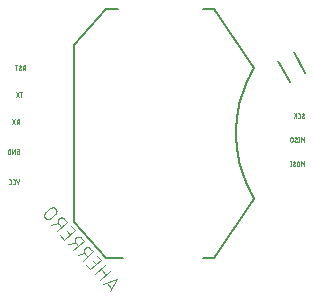
<source format=gbo>
G04 EAGLE Gerber RS-274X export*
G75*
%MOMM*%
%FSLAX34Y34*%
%LPD*%
%INBottom Silkscreen*%
%IPPOS*%
%AMOC8*
5,1,8,0,0,1.08239X$1,22.5*%
G01*
%ADD10C,0.025400*%
%ADD11C,0.101600*%
%ADD12C,0.203200*%


D10*
X29295Y175387D02*
X29295Y179197D01*
X30353Y179197D02*
X28236Y179197D01*
X24611Y179197D02*
X27151Y175387D01*
X24611Y175387D02*
X27151Y179197D01*
X27813Y156337D02*
X27813Y152527D01*
X27813Y156337D02*
X26755Y156337D01*
X26691Y156335D01*
X26627Y156329D01*
X26564Y156320D01*
X26502Y156306D01*
X26440Y156289D01*
X26380Y156268D01*
X26321Y156244D01*
X26263Y156216D01*
X26208Y156184D01*
X26154Y156150D01*
X26103Y156112D01*
X26053Y156071D01*
X26007Y156027D01*
X25963Y155981D01*
X25922Y155931D01*
X25884Y155880D01*
X25850Y155826D01*
X25818Y155771D01*
X25790Y155713D01*
X25766Y155654D01*
X25745Y155594D01*
X25728Y155532D01*
X25714Y155470D01*
X25705Y155407D01*
X25699Y155343D01*
X25697Y155279D01*
X25699Y155215D01*
X25705Y155151D01*
X25714Y155088D01*
X25728Y155026D01*
X25745Y154964D01*
X25766Y154904D01*
X25790Y154845D01*
X25818Y154787D01*
X25850Y154732D01*
X25884Y154678D01*
X25922Y154627D01*
X25963Y154577D01*
X26007Y154531D01*
X26053Y154487D01*
X26103Y154446D01*
X26154Y154408D01*
X26208Y154374D01*
X26263Y154342D01*
X26321Y154314D01*
X26380Y154290D01*
X26440Y154269D01*
X26502Y154252D01*
X26564Y154238D01*
X26627Y154229D01*
X26691Y154223D01*
X26755Y154221D01*
X26755Y154220D02*
X27813Y154220D01*
X26543Y154220D02*
X25696Y152527D01*
X24388Y152527D02*
X21848Y156337D01*
X24388Y156337D02*
X21848Y152527D01*
X32893Y198247D02*
X32893Y202057D01*
X31835Y202057D01*
X31771Y202055D01*
X31707Y202049D01*
X31644Y202040D01*
X31582Y202026D01*
X31520Y202009D01*
X31460Y201988D01*
X31401Y201964D01*
X31343Y201936D01*
X31288Y201904D01*
X31234Y201870D01*
X31183Y201832D01*
X31133Y201791D01*
X31087Y201747D01*
X31043Y201701D01*
X31002Y201651D01*
X30964Y201600D01*
X30930Y201546D01*
X30898Y201491D01*
X30870Y201433D01*
X30846Y201374D01*
X30825Y201314D01*
X30808Y201252D01*
X30794Y201190D01*
X30785Y201127D01*
X30779Y201063D01*
X30777Y200999D01*
X30779Y200935D01*
X30785Y200871D01*
X30794Y200808D01*
X30808Y200746D01*
X30825Y200684D01*
X30846Y200624D01*
X30870Y200565D01*
X30898Y200507D01*
X30930Y200452D01*
X30964Y200398D01*
X31002Y200347D01*
X31043Y200297D01*
X31087Y200251D01*
X31133Y200207D01*
X31183Y200166D01*
X31234Y200128D01*
X31288Y200094D01*
X31343Y200062D01*
X31401Y200034D01*
X31460Y200010D01*
X31520Y199989D01*
X31582Y199972D01*
X31644Y199958D01*
X31707Y199949D01*
X31771Y199943D01*
X31835Y199941D01*
X31835Y199940D02*
X32893Y199940D01*
X31623Y199940D02*
X30776Y198247D01*
X28108Y198247D02*
X28053Y198249D01*
X27997Y198254D01*
X27943Y198263D01*
X27889Y198276D01*
X27836Y198292D01*
X27784Y198311D01*
X27733Y198334D01*
X27685Y198360D01*
X27637Y198390D01*
X27592Y198422D01*
X27550Y198457D01*
X27509Y198495D01*
X27471Y198536D01*
X27436Y198578D01*
X27404Y198623D01*
X27374Y198671D01*
X27348Y198719D01*
X27325Y198770D01*
X27306Y198822D01*
X27290Y198875D01*
X27277Y198929D01*
X27268Y198983D01*
X27263Y199039D01*
X27261Y199094D01*
X28108Y198247D02*
X28191Y198249D01*
X28274Y198255D01*
X28356Y198264D01*
X28438Y198278D01*
X28520Y198295D01*
X28600Y198316D01*
X28679Y198341D01*
X28758Y198369D01*
X28834Y198401D01*
X28909Y198437D01*
X28983Y198475D01*
X29054Y198518D01*
X29124Y198563D01*
X29191Y198612D01*
X29256Y198664D01*
X29318Y198719D01*
X29378Y198776D01*
X29273Y201210D02*
X29271Y201265D01*
X29266Y201321D01*
X29257Y201375D01*
X29244Y201429D01*
X29228Y201482D01*
X29209Y201534D01*
X29186Y201585D01*
X29160Y201634D01*
X29130Y201681D01*
X29098Y201726D01*
X29063Y201768D01*
X29025Y201809D01*
X28984Y201847D01*
X28942Y201882D01*
X28897Y201914D01*
X28850Y201944D01*
X28801Y201970D01*
X28750Y201993D01*
X28698Y202012D01*
X28645Y202028D01*
X28591Y202041D01*
X28537Y202050D01*
X28481Y202055D01*
X28426Y202057D01*
X28426Y202058D02*
X28347Y202056D01*
X28269Y202050D01*
X28191Y202041D01*
X28114Y202027D01*
X28037Y202010D01*
X27961Y201988D01*
X27887Y201964D01*
X27813Y201935D01*
X27742Y201903D01*
X27672Y201867D01*
X27603Y201828D01*
X27537Y201786D01*
X27473Y201740D01*
X28850Y200469D02*
X28897Y200499D01*
X28942Y200532D01*
X28985Y200568D01*
X29025Y200606D01*
X29063Y200647D01*
X29098Y200690D01*
X29130Y200736D01*
X29160Y200783D01*
X29186Y200833D01*
X29209Y200884D01*
X29228Y200936D01*
X29244Y200989D01*
X29257Y201044D01*
X29266Y201099D01*
X29271Y201154D01*
X29273Y201210D01*
X27685Y199835D02*
X27638Y199805D01*
X27593Y199772D01*
X27550Y199736D01*
X27510Y199698D01*
X27472Y199657D01*
X27437Y199614D01*
X27405Y199568D01*
X27375Y199521D01*
X27349Y199471D01*
X27326Y199420D01*
X27307Y199368D01*
X27291Y199315D01*
X27278Y199260D01*
X27269Y199205D01*
X27264Y199150D01*
X27262Y199094D01*
X27685Y199835D02*
X28849Y200470D01*
X25028Y202057D02*
X25028Y198247D01*
X26087Y202057D02*
X23970Y202057D01*
X25696Y129244D02*
X26331Y129244D01*
X25696Y129244D02*
X25696Y127127D01*
X26966Y127127D01*
X27021Y127129D01*
X27077Y127134D01*
X27131Y127143D01*
X27185Y127156D01*
X27238Y127172D01*
X27290Y127191D01*
X27341Y127214D01*
X27390Y127240D01*
X27437Y127270D01*
X27482Y127302D01*
X27524Y127337D01*
X27565Y127375D01*
X27603Y127416D01*
X27638Y127458D01*
X27670Y127503D01*
X27700Y127551D01*
X27726Y127599D01*
X27749Y127650D01*
X27768Y127702D01*
X27784Y127755D01*
X27797Y127809D01*
X27806Y127863D01*
X27811Y127919D01*
X27813Y127974D01*
X27813Y130090D01*
X27811Y130148D01*
X27805Y130205D01*
X27795Y130262D01*
X27782Y130319D01*
X27764Y130374D01*
X27743Y130427D01*
X27718Y130480D01*
X27690Y130530D01*
X27658Y130578D01*
X27623Y130625D01*
X27585Y130668D01*
X27544Y130709D01*
X27501Y130747D01*
X27454Y130782D01*
X27406Y130814D01*
X27356Y130842D01*
X27303Y130867D01*
X27250Y130888D01*
X27195Y130906D01*
X27138Y130919D01*
X27081Y130929D01*
X27024Y130935D01*
X26966Y130937D01*
X25696Y130937D01*
X23912Y130937D02*
X23912Y127127D01*
X21795Y127127D02*
X23912Y130937D01*
X21795Y130937D02*
X21795Y127127D01*
X20010Y127127D02*
X20010Y130937D01*
X18952Y130937D01*
X18888Y130935D01*
X18824Y130929D01*
X18761Y130920D01*
X18699Y130906D01*
X18637Y130889D01*
X18577Y130868D01*
X18518Y130844D01*
X18460Y130816D01*
X18405Y130784D01*
X18351Y130750D01*
X18300Y130712D01*
X18250Y130671D01*
X18204Y130627D01*
X18160Y130581D01*
X18119Y130532D01*
X18081Y130480D01*
X18047Y130426D01*
X18015Y130371D01*
X17987Y130313D01*
X17963Y130254D01*
X17942Y130194D01*
X17925Y130132D01*
X17911Y130070D01*
X17902Y130007D01*
X17896Y129943D01*
X17894Y129879D01*
X17894Y128185D01*
X17896Y128121D01*
X17902Y128057D01*
X17911Y127994D01*
X17925Y127932D01*
X17942Y127870D01*
X17963Y127810D01*
X17987Y127751D01*
X18015Y127693D01*
X18047Y127638D01*
X18081Y127584D01*
X18119Y127533D01*
X18160Y127483D01*
X18204Y127437D01*
X18250Y127393D01*
X18300Y127352D01*
X18351Y127314D01*
X18405Y127280D01*
X18460Y127248D01*
X18518Y127220D01*
X18577Y127196D01*
X18637Y127175D01*
X18699Y127158D01*
X18761Y127144D01*
X18825Y127135D01*
X18888Y127129D01*
X18952Y127127D01*
X20010Y127127D01*
X269113Y120777D02*
X269113Y116967D01*
X267843Y118660D02*
X269113Y120777D01*
X267843Y118660D02*
X266573Y120777D01*
X266573Y116967D01*
X264878Y118025D02*
X264878Y119719D01*
X264876Y119783D01*
X264870Y119847D01*
X264861Y119910D01*
X264847Y119972D01*
X264830Y120034D01*
X264809Y120094D01*
X264785Y120153D01*
X264757Y120211D01*
X264725Y120266D01*
X264691Y120320D01*
X264653Y120371D01*
X264612Y120421D01*
X264568Y120467D01*
X264522Y120511D01*
X264472Y120552D01*
X264421Y120590D01*
X264367Y120624D01*
X264312Y120656D01*
X264254Y120684D01*
X264195Y120708D01*
X264135Y120729D01*
X264073Y120746D01*
X264011Y120760D01*
X263948Y120769D01*
X263884Y120775D01*
X263820Y120777D01*
X263756Y120775D01*
X263692Y120769D01*
X263629Y120760D01*
X263567Y120746D01*
X263505Y120729D01*
X263445Y120708D01*
X263386Y120684D01*
X263328Y120656D01*
X263273Y120624D01*
X263219Y120590D01*
X263168Y120552D01*
X263118Y120511D01*
X263072Y120467D01*
X263028Y120421D01*
X262987Y120371D01*
X262949Y120320D01*
X262915Y120266D01*
X262883Y120211D01*
X262855Y120153D01*
X262831Y120094D01*
X262810Y120034D01*
X262793Y119972D01*
X262779Y119910D01*
X262770Y119847D01*
X262764Y119783D01*
X262762Y119719D01*
X262761Y119719D02*
X262761Y118025D01*
X262762Y118025D02*
X262764Y117961D01*
X262770Y117897D01*
X262779Y117834D01*
X262793Y117772D01*
X262810Y117710D01*
X262831Y117650D01*
X262855Y117591D01*
X262883Y117533D01*
X262915Y117478D01*
X262949Y117424D01*
X262987Y117373D01*
X263028Y117323D01*
X263072Y117277D01*
X263118Y117233D01*
X263168Y117192D01*
X263219Y117154D01*
X263273Y117120D01*
X263328Y117088D01*
X263386Y117060D01*
X263445Y117036D01*
X263505Y117015D01*
X263567Y116998D01*
X263629Y116984D01*
X263692Y116975D01*
X263756Y116969D01*
X263820Y116967D01*
X263884Y116969D01*
X263948Y116975D01*
X264011Y116984D01*
X264073Y116998D01*
X264135Y117015D01*
X264195Y117036D01*
X264254Y117060D01*
X264312Y117088D01*
X264367Y117120D01*
X264421Y117154D01*
X264472Y117192D01*
X264522Y117233D01*
X264568Y117277D01*
X264612Y117323D01*
X264653Y117373D01*
X264691Y117424D01*
X264725Y117478D01*
X264757Y117533D01*
X264785Y117591D01*
X264809Y117650D01*
X264830Y117710D01*
X264847Y117772D01*
X264861Y117834D01*
X264870Y117897D01*
X264876Y117961D01*
X264878Y118025D01*
X260072Y116967D02*
X260017Y116969D01*
X259961Y116974D01*
X259907Y116983D01*
X259853Y116996D01*
X259800Y117012D01*
X259748Y117031D01*
X259697Y117054D01*
X259649Y117080D01*
X259601Y117110D01*
X259556Y117142D01*
X259514Y117177D01*
X259473Y117215D01*
X259435Y117256D01*
X259400Y117298D01*
X259368Y117343D01*
X259338Y117391D01*
X259312Y117439D01*
X259289Y117490D01*
X259270Y117542D01*
X259254Y117595D01*
X259241Y117649D01*
X259232Y117703D01*
X259227Y117759D01*
X259225Y117814D01*
X260072Y116967D02*
X260155Y116969D01*
X260238Y116975D01*
X260320Y116984D01*
X260402Y116998D01*
X260484Y117015D01*
X260564Y117036D01*
X260643Y117061D01*
X260722Y117089D01*
X260798Y117121D01*
X260873Y117157D01*
X260947Y117195D01*
X261018Y117238D01*
X261088Y117283D01*
X261155Y117332D01*
X261220Y117384D01*
X261282Y117439D01*
X261342Y117496D01*
X261237Y119930D02*
X261235Y119985D01*
X261230Y120041D01*
X261221Y120095D01*
X261208Y120149D01*
X261192Y120202D01*
X261173Y120254D01*
X261150Y120305D01*
X261124Y120354D01*
X261094Y120401D01*
X261062Y120446D01*
X261027Y120488D01*
X260989Y120529D01*
X260948Y120567D01*
X260906Y120602D01*
X260861Y120634D01*
X260814Y120664D01*
X260765Y120690D01*
X260714Y120713D01*
X260662Y120732D01*
X260609Y120748D01*
X260555Y120761D01*
X260501Y120770D01*
X260445Y120775D01*
X260390Y120777D01*
X260390Y120778D02*
X260311Y120776D01*
X260233Y120770D01*
X260155Y120761D01*
X260078Y120747D01*
X260001Y120730D01*
X259925Y120708D01*
X259851Y120684D01*
X259777Y120655D01*
X259706Y120623D01*
X259636Y120587D01*
X259567Y120548D01*
X259501Y120506D01*
X259437Y120460D01*
X260814Y119189D02*
X260861Y119219D01*
X260906Y119252D01*
X260949Y119288D01*
X260989Y119326D01*
X261027Y119367D01*
X261062Y119410D01*
X261094Y119456D01*
X261124Y119503D01*
X261150Y119553D01*
X261173Y119604D01*
X261192Y119656D01*
X261208Y119709D01*
X261221Y119764D01*
X261230Y119819D01*
X261235Y119874D01*
X261237Y119930D01*
X259649Y118555D02*
X259602Y118525D01*
X259557Y118492D01*
X259514Y118456D01*
X259474Y118418D01*
X259436Y118377D01*
X259401Y118334D01*
X259369Y118288D01*
X259339Y118241D01*
X259313Y118191D01*
X259290Y118140D01*
X259271Y118088D01*
X259255Y118035D01*
X259242Y117980D01*
X259233Y117925D01*
X259228Y117870D01*
X259226Y117814D01*
X259649Y118555D02*
X260813Y119190D01*
X257480Y120777D02*
X257480Y116967D01*
X257903Y116967D02*
X257057Y116967D01*
X257057Y120777D02*
X257903Y120777D01*
X267843Y157607D02*
X267788Y157609D01*
X267732Y157614D01*
X267678Y157623D01*
X267624Y157636D01*
X267571Y157652D01*
X267519Y157671D01*
X267468Y157694D01*
X267420Y157720D01*
X267372Y157750D01*
X267327Y157782D01*
X267285Y157817D01*
X267244Y157855D01*
X267206Y157896D01*
X267171Y157938D01*
X267139Y157983D01*
X267109Y158031D01*
X267083Y158079D01*
X267060Y158130D01*
X267041Y158182D01*
X267025Y158235D01*
X267012Y158289D01*
X267003Y158343D01*
X266998Y158399D01*
X266996Y158454D01*
X267843Y157607D02*
X267926Y157609D01*
X268009Y157615D01*
X268091Y157624D01*
X268173Y157638D01*
X268255Y157655D01*
X268335Y157676D01*
X268414Y157701D01*
X268493Y157729D01*
X268569Y157761D01*
X268644Y157797D01*
X268718Y157835D01*
X268789Y157878D01*
X268859Y157923D01*
X268926Y157972D01*
X268991Y158024D01*
X269053Y158079D01*
X269113Y158136D01*
X269008Y160570D02*
X269006Y160625D01*
X269001Y160681D01*
X268992Y160735D01*
X268979Y160789D01*
X268963Y160842D01*
X268944Y160894D01*
X268921Y160945D01*
X268895Y160994D01*
X268865Y161041D01*
X268833Y161086D01*
X268798Y161128D01*
X268760Y161169D01*
X268719Y161207D01*
X268677Y161242D01*
X268632Y161274D01*
X268585Y161304D01*
X268536Y161330D01*
X268485Y161353D01*
X268433Y161372D01*
X268380Y161388D01*
X268326Y161401D01*
X268272Y161410D01*
X268216Y161415D01*
X268161Y161417D01*
X268161Y161418D02*
X268082Y161416D01*
X268004Y161410D01*
X267926Y161401D01*
X267849Y161387D01*
X267772Y161370D01*
X267696Y161348D01*
X267622Y161324D01*
X267548Y161295D01*
X267477Y161263D01*
X267407Y161227D01*
X267338Y161188D01*
X267272Y161146D01*
X267208Y161100D01*
X268584Y159829D02*
X268631Y159859D01*
X268676Y159892D01*
X268719Y159928D01*
X268759Y159966D01*
X268797Y160007D01*
X268832Y160050D01*
X268864Y160096D01*
X268894Y160143D01*
X268920Y160193D01*
X268943Y160244D01*
X268962Y160296D01*
X268978Y160349D01*
X268991Y160404D01*
X269000Y160459D01*
X269005Y160514D01*
X269007Y160570D01*
X267419Y159195D02*
X267372Y159165D01*
X267327Y159132D01*
X267284Y159096D01*
X267244Y159058D01*
X267206Y159017D01*
X267171Y158974D01*
X267139Y158928D01*
X267109Y158881D01*
X267083Y158831D01*
X267060Y158780D01*
X267041Y158728D01*
X267025Y158675D01*
X267012Y158620D01*
X267003Y158565D01*
X266998Y158510D01*
X266996Y158454D01*
X267420Y159195D02*
X268584Y159830D01*
X264740Y157607D02*
X263894Y157607D01*
X264740Y157607D02*
X264795Y157609D01*
X264851Y157614D01*
X264905Y157623D01*
X264959Y157636D01*
X265012Y157652D01*
X265064Y157671D01*
X265115Y157694D01*
X265164Y157720D01*
X265211Y157750D01*
X265256Y157782D01*
X265298Y157817D01*
X265339Y157855D01*
X265377Y157896D01*
X265412Y157938D01*
X265444Y157983D01*
X265474Y158031D01*
X265500Y158079D01*
X265523Y158130D01*
X265542Y158182D01*
X265558Y158235D01*
X265571Y158289D01*
X265580Y158343D01*
X265585Y158399D01*
X265587Y158454D01*
X265587Y160570D01*
X265585Y160628D01*
X265579Y160685D01*
X265569Y160742D01*
X265556Y160799D01*
X265538Y160854D01*
X265517Y160907D01*
X265492Y160960D01*
X265464Y161010D01*
X265432Y161058D01*
X265397Y161105D01*
X265359Y161148D01*
X265318Y161189D01*
X265275Y161227D01*
X265228Y161262D01*
X265180Y161294D01*
X265130Y161322D01*
X265077Y161347D01*
X265024Y161368D01*
X264969Y161386D01*
X264912Y161399D01*
X264855Y161409D01*
X264798Y161415D01*
X264740Y161417D01*
X263894Y161417D01*
X262359Y161417D02*
X262359Y157607D01*
X262359Y159089D02*
X260243Y161417D01*
X261513Y159935D02*
X260243Y157607D01*
X27813Y105537D02*
X26543Y101727D01*
X25273Y105537D01*
X23107Y101727D02*
X22260Y101727D01*
X23107Y101727D02*
X23162Y101729D01*
X23218Y101734D01*
X23272Y101743D01*
X23326Y101756D01*
X23379Y101772D01*
X23431Y101791D01*
X23482Y101814D01*
X23531Y101840D01*
X23578Y101870D01*
X23623Y101902D01*
X23665Y101937D01*
X23706Y101975D01*
X23744Y102016D01*
X23779Y102058D01*
X23811Y102103D01*
X23841Y102151D01*
X23867Y102199D01*
X23890Y102250D01*
X23909Y102302D01*
X23925Y102355D01*
X23938Y102409D01*
X23947Y102463D01*
X23952Y102519D01*
X23954Y102574D01*
X23953Y102574D02*
X23953Y104690D01*
X23954Y104690D02*
X23952Y104748D01*
X23946Y104805D01*
X23936Y104862D01*
X23923Y104919D01*
X23905Y104974D01*
X23884Y105027D01*
X23859Y105080D01*
X23831Y105130D01*
X23799Y105178D01*
X23764Y105225D01*
X23726Y105268D01*
X23685Y105309D01*
X23642Y105347D01*
X23595Y105382D01*
X23547Y105414D01*
X23497Y105442D01*
X23444Y105467D01*
X23391Y105488D01*
X23336Y105506D01*
X23279Y105519D01*
X23222Y105529D01*
X23165Y105535D01*
X23107Y105537D01*
X22260Y105537D01*
X20059Y101727D02*
X19212Y101727D01*
X20059Y101727D02*
X20114Y101729D01*
X20170Y101734D01*
X20224Y101743D01*
X20278Y101756D01*
X20331Y101772D01*
X20383Y101791D01*
X20434Y101814D01*
X20483Y101840D01*
X20530Y101870D01*
X20575Y101902D01*
X20617Y101937D01*
X20658Y101975D01*
X20696Y102016D01*
X20731Y102058D01*
X20763Y102103D01*
X20793Y102151D01*
X20819Y102199D01*
X20842Y102250D01*
X20861Y102302D01*
X20877Y102355D01*
X20890Y102409D01*
X20899Y102463D01*
X20904Y102519D01*
X20906Y102574D01*
X20905Y102574D02*
X20905Y104690D01*
X20906Y104690D02*
X20904Y104748D01*
X20898Y104805D01*
X20888Y104862D01*
X20875Y104919D01*
X20857Y104974D01*
X20836Y105027D01*
X20811Y105080D01*
X20783Y105130D01*
X20751Y105178D01*
X20716Y105225D01*
X20678Y105268D01*
X20637Y105309D01*
X20594Y105347D01*
X20547Y105382D01*
X20499Y105414D01*
X20449Y105442D01*
X20396Y105467D01*
X20343Y105488D01*
X20288Y105506D01*
X20231Y105519D01*
X20174Y105529D01*
X20117Y105535D01*
X20059Y105537D01*
X19212Y105537D01*
X269113Y137287D02*
X269113Y141097D01*
X267843Y138980D01*
X266573Y141097D01*
X266573Y137287D01*
X264551Y137287D02*
X264551Y141097D01*
X264975Y137287D02*
X264128Y137287D01*
X264128Y141097D02*
X264975Y141097D01*
X261535Y137287D02*
X261480Y137289D01*
X261424Y137294D01*
X261370Y137303D01*
X261316Y137316D01*
X261263Y137332D01*
X261211Y137351D01*
X261160Y137374D01*
X261112Y137400D01*
X261064Y137430D01*
X261019Y137462D01*
X260977Y137497D01*
X260936Y137535D01*
X260898Y137576D01*
X260863Y137618D01*
X260831Y137663D01*
X260801Y137711D01*
X260775Y137759D01*
X260752Y137810D01*
X260733Y137862D01*
X260717Y137915D01*
X260704Y137969D01*
X260695Y138023D01*
X260690Y138079D01*
X260688Y138134D01*
X261535Y137287D02*
X261618Y137289D01*
X261701Y137295D01*
X261783Y137304D01*
X261865Y137318D01*
X261947Y137335D01*
X262027Y137356D01*
X262106Y137381D01*
X262185Y137409D01*
X262261Y137441D01*
X262336Y137477D01*
X262410Y137515D01*
X262481Y137558D01*
X262551Y137603D01*
X262618Y137652D01*
X262683Y137704D01*
X262745Y137759D01*
X262805Y137816D01*
X262700Y140250D02*
X262698Y140305D01*
X262693Y140361D01*
X262684Y140415D01*
X262671Y140469D01*
X262655Y140522D01*
X262636Y140574D01*
X262613Y140625D01*
X262587Y140674D01*
X262557Y140721D01*
X262525Y140766D01*
X262490Y140808D01*
X262452Y140849D01*
X262411Y140887D01*
X262369Y140922D01*
X262324Y140954D01*
X262277Y140984D01*
X262228Y141010D01*
X262177Y141033D01*
X262125Y141052D01*
X262072Y141068D01*
X262018Y141081D01*
X261964Y141090D01*
X261908Y141095D01*
X261853Y141097D01*
X261853Y141098D02*
X261774Y141096D01*
X261696Y141090D01*
X261618Y141081D01*
X261541Y141067D01*
X261464Y141050D01*
X261388Y141028D01*
X261314Y141004D01*
X261240Y140975D01*
X261169Y140943D01*
X261099Y140907D01*
X261030Y140868D01*
X260964Y140826D01*
X260900Y140780D01*
X262277Y139509D02*
X262324Y139539D01*
X262369Y139572D01*
X262412Y139608D01*
X262452Y139646D01*
X262490Y139687D01*
X262525Y139730D01*
X262557Y139776D01*
X262587Y139823D01*
X262613Y139873D01*
X262636Y139924D01*
X262655Y139976D01*
X262671Y140029D01*
X262684Y140084D01*
X262693Y140139D01*
X262698Y140194D01*
X262700Y140250D01*
X261112Y138875D02*
X261065Y138845D01*
X261020Y138812D01*
X260977Y138776D01*
X260937Y138738D01*
X260899Y138697D01*
X260864Y138654D01*
X260832Y138608D01*
X260802Y138561D01*
X260776Y138511D01*
X260753Y138460D01*
X260734Y138408D01*
X260718Y138355D01*
X260705Y138300D01*
X260696Y138245D01*
X260691Y138190D01*
X260689Y138134D01*
X261112Y138875D02*
X262276Y139510D01*
X259270Y140039D02*
X259270Y138345D01*
X259269Y140039D02*
X259267Y140103D01*
X259261Y140167D01*
X259252Y140230D01*
X259238Y140292D01*
X259221Y140354D01*
X259200Y140414D01*
X259176Y140473D01*
X259148Y140531D01*
X259116Y140586D01*
X259082Y140640D01*
X259044Y140691D01*
X259003Y140741D01*
X258959Y140787D01*
X258913Y140831D01*
X258863Y140872D01*
X258812Y140910D01*
X258758Y140944D01*
X258703Y140976D01*
X258645Y141004D01*
X258586Y141028D01*
X258526Y141049D01*
X258464Y141066D01*
X258402Y141080D01*
X258339Y141089D01*
X258275Y141095D01*
X258211Y141097D01*
X258147Y141095D01*
X258083Y141089D01*
X258020Y141080D01*
X257958Y141066D01*
X257896Y141049D01*
X257836Y141028D01*
X257777Y141004D01*
X257719Y140976D01*
X257664Y140944D01*
X257610Y140910D01*
X257559Y140872D01*
X257509Y140831D01*
X257463Y140787D01*
X257419Y140741D01*
X257378Y140691D01*
X257340Y140640D01*
X257306Y140586D01*
X257274Y140531D01*
X257246Y140473D01*
X257222Y140414D01*
X257201Y140354D01*
X257184Y140292D01*
X257170Y140230D01*
X257161Y140167D01*
X257155Y140103D01*
X257153Y140039D01*
X257153Y138345D01*
X257155Y138281D01*
X257161Y138217D01*
X257170Y138154D01*
X257184Y138092D01*
X257201Y138030D01*
X257222Y137970D01*
X257246Y137911D01*
X257274Y137853D01*
X257306Y137798D01*
X257340Y137744D01*
X257378Y137693D01*
X257419Y137643D01*
X257463Y137597D01*
X257509Y137553D01*
X257559Y137512D01*
X257610Y137474D01*
X257664Y137440D01*
X257719Y137408D01*
X257777Y137380D01*
X257836Y137356D01*
X257896Y137335D01*
X257958Y137318D01*
X258020Y137304D01*
X258083Y137295D01*
X258147Y137289D01*
X258211Y137287D01*
X258275Y137289D01*
X258339Y137295D01*
X258402Y137304D01*
X258464Y137318D01*
X258526Y137335D01*
X258586Y137356D01*
X258645Y137380D01*
X258703Y137408D01*
X258758Y137440D01*
X258812Y137474D01*
X258863Y137512D01*
X258913Y137553D01*
X258959Y137597D01*
X259003Y137643D01*
X259044Y137693D01*
X259082Y137744D01*
X259116Y137798D01*
X259148Y137853D01*
X259176Y137911D01*
X259200Y137970D01*
X259221Y138030D01*
X259238Y138092D01*
X259252Y138154D01*
X259261Y138217D01*
X259267Y138281D01*
X259269Y138345D01*
D11*
X110414Y21503D02*
X104188Y10877D01*
X99057Y16738D02*
X110414Y21503D01*
X101896Y17929D02*
X105744Y13533D01*
X95980Y20252D02*
X104772Y27948D01*
X100864Y24528D02*
X96589Y29412D01*
X100496Y32832D02*
X91705Y25136D01*
X87935Y29442D02*
X84514Y33350D01*
X87935Y29442D02*
X96726Y37138D01*
X93306Y41046D01*
X90253Y36648D02*
X92819Y33718D01*
X90167Y44630D02*
X81376Y36934D01*
X90167Y44630D02*
X88030Y47072D01*
X87954Y47156D01*
X87875Y47237D01*
X87793Y47316D01*
X87709Y47391D01*
X87622Y47464D01*
X87532Y47533D01*
X87441Y47599D01*
X87346Y47662D01*
X87250Y47722D01*
X87152Y47778D01*
X87052Y47831D01*
X86950Y47881D01*
X86846Y47926D01*
X86741Y47968D01*
X86634Y48007D01*
X86526Y48041D01*
X86417Y48072D01*
X86307Y48099D01*
X86196Y48123D01*
X86085Y48142D01*
X85972Y48157D01*
X85860Y48169D01*
X85747Y48176D01*
X85633Y48180D01*
X85520Y48179D01*
X85407Y48175D01*
X85294Y48167D01*
X85181Y48154D01*
X85069Y48138D01*
X84958Y48118D01*
X84847Y48094D01*
X84737Y48066D01*
X84628Y48035D01*
X84521Y47999D01*
X84414Y47960D01*
X84309Y47918D01*
X84206Y47871D01*
X84104Y47821D01*
X84004Y47768D01*
X83906Y47711D01*
X83811Y47650D01*
X83717Y47586D01*
X83625Y47520D01*
X83536Y47449D01*
X83450Y47376D01*
X83366Y47300D01*
X83285Y47221D01*
X83206Y47139D01*
X83131Y47055D01*
X83058Y46968D01*
X82989Y46878D01*
X82923Y46787D01*
X82860Y46692D01*
X82800Y46596D01*
X82744Y46498D01*
X82691Y46398D01*
X82641Y46296D01*
X82596Y46192D01*
X82554Y46087D01*
X82515Y45980D01*
X82481Y45872D01*
X82450Y45763D01*
X82423Y45653D01*
X82399Y45542D01*
X82380Y45431D01*
X82365Y45318D01*
X82353Y45206D01*
X82346Y45093D01*
X82342Y44979D01*
X82343Y44866D01*
X82347Y44753D01*
X82355Y44640D01*
X82368Y44527D01*
X82384Y44415D01*
X82404Y44304D01*
X82428Y44193D01*
X82456Y44083D01*
X82487Y43974D01*
X82523Y43866D01*
X82562Y43760D01*
X82604Y43655D01*
X82651Y43552D01*
X82701Y43450D01*
X82754Y43350D01*
X82811Y43252D01*
X82872Y43157D01*
X82936Y43063D01*
X83002Y42971D01*
X83073Y42882D01*
X83146Y42796D01*
X83146Y42797D02*
X85283Y40355D01*
X82718Y43285D02*
X77101Y41818D01*
X73597Y45821D02*
X82388Y53517D01*
X80250Y55959D01*
X80174Y56043D01*
X80095Y56124D01*
X80013Y56203D01*
X79929Y56278D01*
X79842Y56351D01*
X79752Y56420D01*
X79661Y56486D01*
X79566Y56549D01*
X79470Y56609D01*
X79372Y56665D01*
X79272Y56718D01*
X79170Y56768D01*
X79066Y56813D01*
X78961Y56855D01*
X78854Y56894D01*
X78746Y56928D01*
X78637Y56959D01*
X78527Y56986D01*
X78416Y57010D01*
X78305Y57029D01*
X78192Y57044D01*
X78080Y57056D01*
X77967Y57063D01*
X77853Y57067D01*
X77740Y57066D01*
X77627Y57062D01*
X77514Y57054D01*
X77401Y57041D01*
X77289Y57025D01*
X77178Y57005D01*
X77067Y56981D01*
X76957Y56953D01*
X76848Y56922D01*
X76741Y56886D01*
X76634Y56847D01*
X76529Y56805D01*
X76426Y56758D01*
X76324Y56708D01*
X76224Y56655D01*
X76126Y56598D01*
X76031Y56537D01*
X75937Y56473D01*
X75845Y56407D01*
X75756Y56336D01*
X75670Y56263D01*
X75586Y56187D01*
X75505Y56108D01*
X75426Y56026D01*
X75351Y55942D01*
X75278Y55855D01*
X75209Y55765D01*
X75143Y55674D01*
X75080Y55579D01*
X75020Y55483D01*
X74964Y55385D01*
X74911Y55285D01*
X74861Y55183D01*
X74816Y55079D01*
X74774Y54974D01*
X74735Y54867D01*
X74701Y54759D01*
X74670Y54650D01*
X74643Y54540D01*
X74619Y54429D01*
X74600Y54318D01*
X74585Y54205D01*
X74573Y54093D01*
X74566Y53980D01*
X74562Y53866D01*
X74563Y53753D01*
X74567Y53640D01*
X74575Y53527D01*
X74588Y53414D01*
X74604Y53302D01*
X74624Y53191D01*
X74648Y53080D01*
X74676Y52970D01*
X74707Y52861D01*
X74743Y52753D01*
X74782Y52647D01*
X74824Y52542D01*
X74871Y52439D01*
X74921Y52337D01*
X74974Y52237D01*
X75031Y52139D01*
X75092Y52044D01*
X75156Y51950D01*
X75222Y51858D01*
X75293Y51769D01*
X75366Y51683D01*
X77504Y49241D01*
X74938Y52172D02*
X69321Y50705D01*
X65850Y54669D02*
X62430Y58576D01*
X65850Y54669D02*
X74642Y62365D01*
X71221Y66272D01*
X68169Y61875D02*
X70734Y58945D01*
X68083Y69857D02*
X59292Y62161D01*
X68083Y69857D02*
X65945Y72299D01*
X65869Y72383D01*
X65790Y72464D01*
X65708Y72543D01*
X65624Y72618D01*
X65537Y72691D01*
X65447Y72760D01*
X65356Y72826D01*
X65261Y72889D01*
X65165Y72949D01*
X65067Y73005D01*
X64967Y73058D01*
X64865Y73108D01*
X64761Y73153D01*
X64656Y73195D01*
X64549Y73234D01*
X64441Y73268D01*
X64332Y73299D01*
X64222Y73326D01*
X64111Y73350D01*
X64000Y73369D01*
X63887Y73384D01*
X63775Y73396D01*
X63662Y73403D01*
X63548Y73407D01*
X63435Y73406D01*
X63322Y73402D01*
X63209Y73394D01*
X63096Y73381D01*
X62984Y73365D01*
X62873Y73345D01*
X62762Y73321D01*
X62652Y73293D01*
X62543Y73262D01*
X62436Y73226D01*
X62329Y73187D01*
X62224Y73145D01*
X62121Y73098D01*
X62019Y73048D01*
X61919Y72995D01*
X61821Y72938D01*
X61726Y72877D01*
X61632Y72813D01*
X61540Y72747D01*
X61451Y72676D01*
X61365Y72603D01*
X61281Y72527D01*
X61200Y72448D01*
X61121Y72366D01*
X61046Y72282D01*
X60973Y72195D01*
X60904Y72105D01*
X60838Y72014D01*
X60775Y71919D01*
X60715Y71823D01*
X60659Y71725D01*
X60606Y71625D01*
X60556Y71523D01*
X60511Y71419D01*
X60469Y71314D01*
X60430Y71207D01*
X60396Y71099D01*
X60365Y70990D01*
X60338Y70880D01*
X60314Y70769D01*
X60295Y70658D01*
X60280Y70545D01*
X60268Y70433D01*
X60261Y70320D01*
X60257Y70206D01*
X60258Y70093D01*
X60262Y69980D01*
X60270Y69867D01*
X60283Y69754D01*
X60299Y69642D01*
X60319Y69531D01*
X60343Y69420D01*
X60371Y69310D01*
X60402Y69201D01*
X60438Y69093D01*
X60477Y68987D01*
X60519Y68882D01*
X60566Y68779D01*
X60616Y68677D01*
X60669Y68577D01*
X60726Y68479D01*
X60787Y68384D01*
X60851Y68290D01*
X60917Y68198D01*
X60988Y68109D01*
X61061Y68023D01*
X63199Y65581D01*
X60634Y68512D02*
X55016Y67045D01*
X54254Y72843D02*
X58161Y76264D01*
X58245Y76340D01*
X58326Y76419D01*
X58405Y76501D01*
X58480Y76585D01*
X58553Y76672D01*
X58622Y76762D01*
X58688Y76853D01*
X58751Y76948D01*
X58811Y77044D01*
X58867Y77142D01*
X58920Y77242D01*
X58970Y77344D01*
X59015Y77448D01*
X59057Y77553D01*
X59096Y77660D01*
X59130Y77768D01*
X59161Y77877D01*
X59188Y77987D01*
X59212Y78098D01*
X59231Y78209D01*
X59246Y78322D01*
X59258Y78434D01*
X59265Y78547D01*
X59269Y78661D01*
X59268Y78774D01*
X59264Y78887D01*
X59256Y79000D01*
X59243Y79113D01*
X59227Y79225D01*
X59207Y79336D01*
X59183Y79447D01*
X59155Y79557D01*
X59124Y79666D01*
X59088Y79774D01*
X59049Y79880D01*
X59007Y79985D01*
X58960Y80088D01*
X58910Y80190D01*
X58857Y80290D01*
X58800Y80388D01*
X58739Y80483D01*
X58675Y80577D01*
X58609Y80669D01*
X58538Y80758D01*
X58465Y80844D01*
X58389Y80928D01*
X58310Y81009D01*
X58228Y81088D01*
X58144Y81163D01*
X58057Y81236D01*
X57967Y81305D01*
X57876Y81371D01*
X57781Y81434D01*
X57685Y81494D01*
X57587Y81550D01*
X57487Y81603D01*
X57385Y81653D01*
X57281Y81698D01*
X57176Y81740D01*
X57069Y81779D01*
X56961Y81813D01*
X56852Y81844D01*
X56742Y81871D01*
X56631Y81895D01*
X56520Y81914D01*
X56407Y81929D01*
X56295Y81941D01*
X56182Y81948D01*
X56068Y81952D01*
X55955Y81951D01*
X55842Y81947D01*
X55729Y81939D01*
X55616Y81926D01*
X55504Y81910D01*
X55393Y81890D01*
X55282Y81866D01*
X55172Y81838D01*
X55063Y81807D01*
X54955Y81771D01*
X54849Y81732D01*
X54744Y81690D01*
X54641Y81643D01*
X54539Y81593D01*
X54439Y81540D01*
X54341Y81483D01*
X54246Y81422D01*
X54152Y81358D01*
X54060Y81292D01*
X53971Y81221D01*
X53885Y81148D01*
X49978Y77727D01*
X49894Y77651D01*
X49813Y77572D01*
X49734Y77490D01*
X49659Y77406D01*
X49586Y77319D01*
X49517Y77229D01*
X49451Y77138D01*
X49388Y77043D01*
X49328Y76947D01*
X49272Y76849D01*
X49219Y76749D01*
X49169Y76647D01*
X49124Y76543D01*
X49082Y76438D01*
X49043Y76331D01*
X49009Y76223D01*
X48978Y76114D01*
X48951Y76004D01*
X48927Y75893D01*
X48908Y75782D01*
X48893Y75669D01*
X48881Y75557D01*
X48874Y75444D01*
X48870Y75330D01*
X48871Y75217D01*
X48875Y75104D01*
X48883Y74991D01*
X48896Y74878D01*
X48912Y74766D01*
X48932Y74655D01*
X48956Y74544D01*
X48984Y74434D01*
X49015Y74325D01*
X49051Y74217D01*
X49090Y74111D01*
X49132Y74006D01*
X49179Y73903D01*
X49229Y73801D01*
X49282Y73701D01*
X49339Y73603D01*
X49400Y73508D01*
X49464Y73414D01*
X49530Y73322D01*
X49601Y73233D01*
X49674Y73147D01*
X49750Y73063D01*
X49829Y72982D01*
X49911Y72903D01*
X49995Y72828D01*
X50082Y72755D01*
X50172Y72686D01*
X50263Y72620D01*
X50358Y72557D01*
X50454Y72497D01*
X50552Y72441D01*
X50652Y72388D01*
X50754Y72338D01*
X50858Y72293D01*
X50963Y72251D01*
X51070Y72212D01*
X51178Y72178D01*
X51287Y72147D01*
X51397Y72120D01*
X51508Y72096D01*
X51619Y72077D01*
X51732Y72062D01*
X51844Y72050D01*
X51957Y72043D01*
X52071Y72039D01*
X52184Y72040D01*
X52297Y72044D01*
X52410Y72052D01*
X52523Y72065D01*
X52635Y72081D01*
X52746Y72101D01*
X52857Y72125D01*
X52967Y72153D01*
X53076Y72184D01*
X53184Y72220D01*
X53290Y72259D01*
X53395Y72301D01*
X53498Y72348D01*
X53600Y72398D01*
X53700Y72451D01*
X53798Y72508D01*
X53893Y72569D01*
X53987Y72633D01*
X54079Y72699D01*
X54168Y72770D01*
X54254Y72843D01*
D12*
X73820Y69780D02*
X73820Y219780D01*
X100820Y250280D01*
X73820Y69780D02*
X100820Y39280D01*
X192820Y39280D02*
X226820Y89280D01*
X225503Y91514D01*
X224241Y93779D01*
X223034Y96074D01*
X221883Y98397D01*
X220789Y100748D01*
X219752Y103124D01*
X218772Y105525D01*
X217851Y107949D01*
X216989Y110394D01*
X216187Y112860D01*
X215444Y115344D01*
X214762Y117846D01*
X214140Y120363D01*
X213580Y122895D01*
X213081Y125439D01*
X212643Y127995D01*
X212268Y130561D01*
X211955Y133135D01*
X211704Y135715D01*
X211516Y138301D01*
X211391Y140891D01*
X211328Y143484D01*
X211328Y146076D01*
X211391Y148669D01*
X211516Y151259D01*
X211704Y153845D01*
X211955Y156425D01*
X212268Y158999D01*
X212643Y161565D01*
X213081Y164121D01*
X213580Y166665D01*
X214140Y169197D01*
X214762Y171714D01*
X215444Y174216D01*
X216187Y176700D01*
X216989Y179166D01*
X217851Y181611D01*
X218772Y184035D01*
X219752Y186436D01*
X220789Y188812D01*
X221883Y191163D01*
X223034Y193486D01*
X224241Y195781D01*
X225503Y198046D01*
X226820Y200280D01*
X192820Y250280D01*
X115320Y39280D02*
X100820Y39280D01*
X100820Y250280D02*
X111510Y250280D01*
X183130Y250280D02*
X192820Y250280D01*
X192820Y39280D02*
X183130Y39280D01*
X269951Y195576D02*
X260156Y213174D01*
X246839Y205762D02*
X256780Y187902D01*
M02*

</source>
